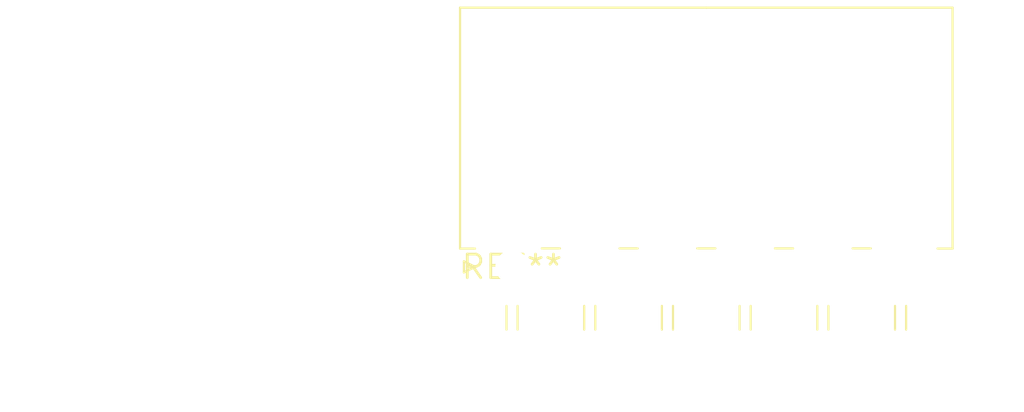
<source format=kicad_pcb>
(kicad_pcb (version 20240108) (generator pcbnew)
  (layers (0 "F.Cu" signal) (31 "B.Cu" signal) (34 "B.Paste" user) (35 "F.Paste" user) (36 "B.SilkS" user "B.Silkscreen") (37 "F.SilkS" user "F.Silkscreen") (38 "B.Mask" user) (39 "F.Mask" user) (44 "Edge.Cuts" user))
  (net 0 "")
  (footprint "Molex_Mini-Fit_Jr_5569-12A2_2x06_P4.20mm_Horizontal" (layer "F.Cu") (at 0 0)
    (property "Reference" "REF**")
    (property "Value" "Molex_Mini-Fit_Jr_5569-12A2_2x06_P4.20mm_Horizontal")
    (fp_line (start -2.81 -14.01) (end 10.5 -14.01) (layer "F.SilkS") (stroke (width 0.12)))
    (fp_line (start -2.81 -0.99) (end -2.81 -14.01) (layer "F.SilkS") (stroke (width 0.12)))
    (fp_line (start -2.6 -0.3) (end -2 0) (layer "F.SilkS") (stroke (width 0.12)))
    (fp_line (start -2.6 0.3) (end -2.6 -0.3) (layer "F.SilkS") (stroke (width 0.12)))
    (fp_line (start -2 -0.99) (end -2.81 -0.99) (layer "F.SilkS") (stroke (width 0.12)))
    (fp_line (start -2 0) (end -2.6 0.3) (layer "F.SilkS") (stroke (width 0.12)))
    (fp_line (start -0.3 2.11) (end -0.3 3.39) (layer "F.SilkS") (stroke (width 0.12)))
    (fp_line (start 0.3 2.11) (end 0.3 3.39) (layer "F.SilkS") (stroke (width 0.12)))
    (fp_line (start 1.61 -1) (end 2.59 -1) (layer "F.SilkS") (stroke (width 0.12)))
    (fp_line (start 3.9 2.11) (end 3.9 3.39) (layer "F.SilkS") (stroke (width 0.12)))
    (fp_line (start 4.5 2.11) (end 4.5 3.39) (layer "F.SilkS") (stroke (width 0.12)))
    (fp_line (start 5.81 -1) (end 6.79 -1) (layer "F.SilkS") (stroke (width 0.12)))
    (fp_line (start 8.1 2.11) (end 8.1 3.39) (layer "F.SilkS") (stroke (width 0.12)))
    (fp_line (start 8.7 2.11) (end 8.7 3.39) (layer "F.SilkS") (stroke (width 0.12)))
    (fp_line (start 10.01 -1) (end 10.99 -1) (layer "F.SilkS") (stroke (width 0.12)))
    (fp_line (start 12.3 2.11) (end 12.3 3.39) (layer "F.SilkS") (stroke (width 0.12)))
    (fp_line (start 12.9 2.11) (end 12.9 3.39) (layer "F.SilkS") (stroke (width 0.12)))
    (fp_line (start 14.21 -1) (end 15.19 -1) (layer "F.SilkS") (stroke (width 0.12)))
    (fp_line (start 16.5 2.11) (end 16.5 3.39) (layer "F.SilkS") (stroke (width 0.12)))
    (fp_line (start 17.1 2.11) (end 17.1 3.39) (layer "F.SilkS") (stroke (width 0.12)))
    (fp_line (start 18.41 -1) (end 19.39 -1) (layer "F.SilkS") (stroke (width 0.12)))
    (fp_line (start 20.7 2.11) (end 20.7 3.39) (layer "F.SilkS") (stroke (width 0.12)))
    (fp_line (start 21.3 2.11) (end 21.3 3.39) (layer "F.SilkS") (stroke (width 0.12)))
    (fp_line (start 23 -0.99) (end 23.81 -0.99) (layer "F.SilkS") (stroke (width 0.12)))
    (fp_line (start 23.81 -14.01) (end 10.5 -14.01) (layer "F.SilkS") (stroke (width 0.12)))
    (fp_line (start 23.81 -0.99) (end 23.81 -14.01) (layer "F.SilkS") (stroke (width 0.12)))
    (pad "" np_thru_hole circle (at 0 -7.3) (size 3 3) (drill 3) (layers *.Cu *.Mask))
    (pad "" np_thru_hole circle (at 21 -7.3) (size 3 3) (drill 3) (layers *.Cu *.Mask))
    (pad "1" thru_hole roundrect (at 0 0) (size 2.7 3.7) (drill 1.8) (layers *.Cu *.Mask) (remove_unused_layers) (roundrect_rratio 0.092593))
    (pad "2" thru_hole oval (at 4.2 0) (size 2.7 3.7) (drill 1.8) (layers *.Cu *.Mask) (remove_unused_layers))
    (pad "3" thru_hole oval (at 8.4 0) (size 2.7 3.7) (drill 1.8) (layers *.Cu *.Mask) (remove_unused_layers))
    (pad "4" thru_hole oval (at 12.6 0) (size 2.7 3.7) (drill 1.8) (layers *.Cu *.Mask) (remove_unused_layers))
    (pad "5" thru_hole oval (at 16.8 0) (size 2.7 3.7) (drill 1.8) (layers *.Cu *.Mask) (remove_unused_layers))
    (pad "6" thru_hole oval (at 21 0) (size 2.7 3.7) (drill 1.8) (layers *.Cu *.Mask) (remove_unused_layers))
    (pad "7" thru_hole oval (at 0 5.5) (size 2.7 3.7) (drill 1.8) (layers *.Cu *.Mask) (remove_unused_layers))
    (pad "8" thru_hole oval (at 4.2 5.5) (size 2.7 3.7) (drill 1.8) (layers *.Cu *.Mask) (remove_unused_layers))
    (pad "9" thru_hole oval (at 8.4 5.5) (size 2.7 3.7) (drill 1.8) (layers *.Cu *.Mask) (remove_unused_layers))
    (pad "10" thru_hole oval (at 12.6 5.5) (size 2.7 3.7) (drill 1.8) (layers *.Cu *.Mask) (remove_unused_layers))
    (pad "11" thru_hole oval (at 16.8 5.5) (size 2.7 3.7) (drill 1.8) (layers *.Cu *.Mask) (remove_unused_layers))
    (pad "12" thru_hole oval (at 21 5.5) (size 2.7 3.7) (drill 1.8) (layers *.Cu *.Mask) (remove_unused_layers))
  )
)
</source>
